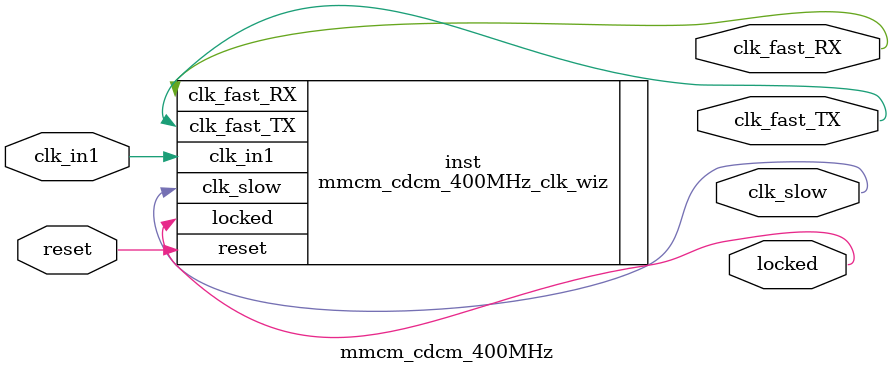
<source format=v>


`timescale 1ps/1ps

(* CORE_GENERATION_INFO = "mmcm_cdcm_400MHz,clk_wiz_v6_0_12_0_0,{component_name=mmcm_cdcm_400MHz,use_phase_alignment=true,use_min_o_jitter=false,use_max_i_jitter=false,use_dyn_phase_shift=false,use_inclk_switchover=false,use_dyn_reconfig=false,enable_axi=0,feedback_source=FDBK_AUTO,PRIMITIVE=MMCM,num_out_clk=3,clkin1_period=10.000,clkin2_period=10.000,use_power_down=false,use_reset=true,use_locked=true,use_inclk_stopped=false,feedback_type=SINGLE,CLOCK_MGR_TYPE=NA,manual_override=false}" *)

module mmcm_cdcm_400MHz 
 (
  // Clock out ports
  output        clk_fast_TX,
  output        clk_fast_RX,
  output        clk_slow,
  // Status and control signals
  input         reset,
  output        locked,
 // Clock in ports
  input         clk_in1
 );

  mmcm_cdcm_400MHz_clk_wiz inst
  (
  // Clock out ports  
  .clk_fast_TX(clk_fast_TX),
  .clk_fast_RX(clk_fast_RX),
  .clk_slow(clk_slow),
  // Status and control signals               
  .reset(reset), 
  .locked(locked),
 // Clock in ports
  .clk_in1(clk_in1)
  );

endmodule

</source>
